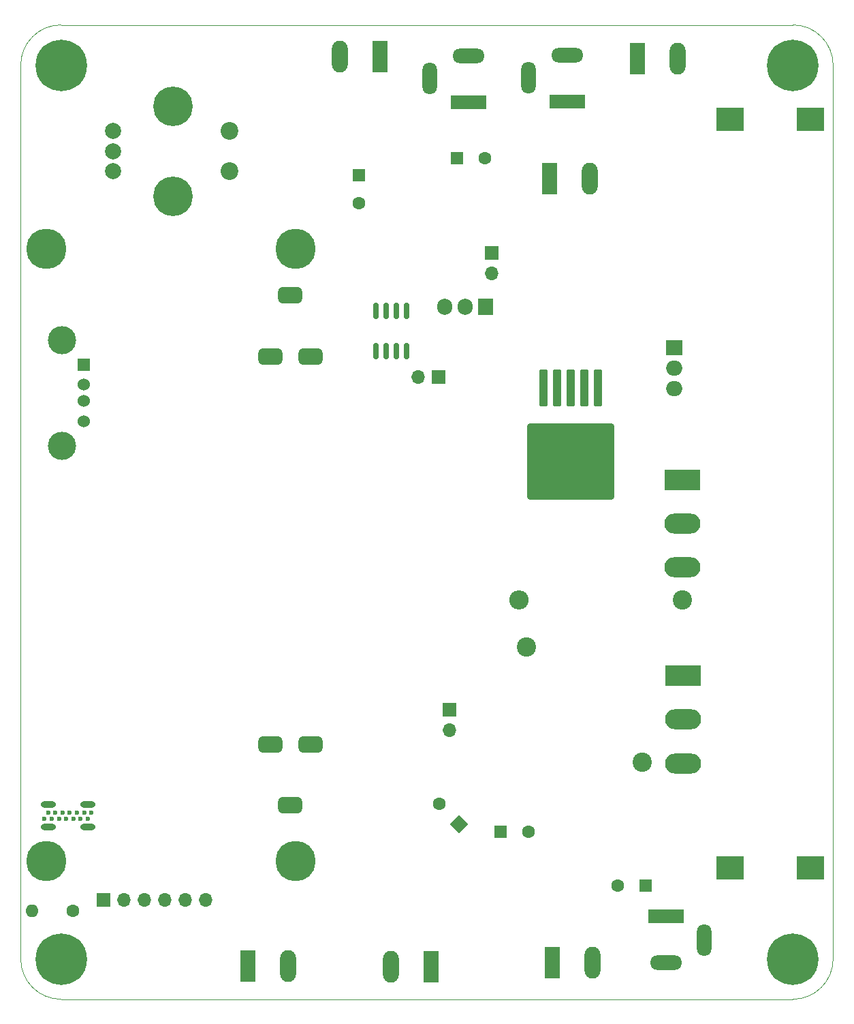
<source format=gbr>
%TF.GenerationSoftware,KiCad,Pcbnew,7.0.8*%
%TF.CreationDate,2023-10-31T22:13:39+02:00*%
%TF.ProjectId,Small_load_V1,536d616c-6c5f-46c6-9f61-645f56312e6b,rev?*%
%TF.SameCoordinates,Original*%
%TF.FileFunction,Soldermask,Bot*%
%TF.FilePolarity,Negative*%
%FSLAX46Y46*%
G04 Gerber Fmt 4.6, Leading zero omitted, Abs format (unit mm)*
G04 Created by KiCad (PCBNEW 7.0.8) date 2023-10-31 22:13:39*
%MOMM*%
%LPD*%
G01*
G04 APERTURE LIST*
G04 Aperture macros list*
%AMRoundRect*
0 Rectangle with rounded corners*
0 $1 Rounding radius*
0 $2 $3 $4 $5 $6 $7 $8 $9 X,Y pos of 4 corners*
0 Add a 4 corners polygon primitive as box body*
4,1,4,$2,$3,$4,$5,$6,$7,$8,$9,$2,$3,0*
0 Add four circle primitives for the rounded corners*
1,1,$1+$1,$2,$3*
1,1,$1+$1,$4,$5*
1,1,$1+$1,$6,$7*
1,1,$1+$1,$8,$9*
0 Add four rect primitives between the rounded corners*
20,1,$1+$1,$2,$3,$4,$5,0*
20,1,$1+$1,$4,$5,$6,$7,0*
20,1,$1+$1,$6,$7,$8,$9,0*
20,1,$1+$1,$8,$9,$2,$3,0*%
%AMHorizOval*
0 Thick line with rounded ends*
0 $1 width*
0 $2 $3 position (X,Y) of the first rounded end (center of the circle)*
0 $4 $5 position (X,Y) of the second rounded end (center of the circle)*
0 Add line between two ends*
20,1,$1,$2,$3,$4,$5,0*
0 Add two circle primitives to create the rounded ends*
1,1,$1,$2,$3*
1,1,$1,$4,$5*%
%AMRotRect*
0 Rectangle, with rotation*
0 The origin of the aperture is its center*
0 $1 length*
0 $2 width*
0 $3 Rotation angle, in degrees counterclockwise*
0 Add horizontal line*
21,1,$1,$2,0,0,$3*%
G04 Aperture macros list end*
%ADD10R,4.400000X1.800000*%
%ADD11O,4.000000X1.800000*%
%ADD12O,1.800000X4.000000*%
%ADD13R,1.524000X1.524000*%
%ADD14C,1.524000*%
%ADD15C,3.500000*%
%ADD16R,1.700000X1.700000*%
%ADD17O,1.700000X1.700000*%
%ADD18C,3.600000*%
%ADD19C,6.400000*%
%ADD20R,1.980000X3.960000*%
%ADD21O,1.980000X3.960000*%
%ADD22C,2.000000*%
%ADD23C,4.920000*%
%ADD24C,2.200000*%
%ADD25R,2.000000X1.905000*%
%ADD26O,2.000000X1.905000*%
%ADD27C,5.000000*%
%ADD28R,4.500000X2.500000*%
%ADD29O,4.500000X2.500000*%
%ADD30R,1.905000X2.000000*%
%ADD31O,1.905000X2.000000*%
%ADD32R,3.500000X3.000000*%
%ADD33C,0.600000*%
%ADD34O,1.900000X0.800000*%
%ADD35RoundRect,0.150000X0.150000X-0.825000X0.150000X0.825000X-0.150000X0.825000X-0.150000X-0.825000X0*%
%ADD36RoundRect,0.500000X1.000000X0.500000X-1.000000X0.500000X-1.000000X-0.500000X1.000000X-0.500000X0*%
%ADD37RoundRect,0.500000X-1.000000X-0.500000X1.000000X-0.500000X1.000000X0.500000X-1.000000X0.500000X0*%
%ADD38C,2.400000*%
%ADD39HorizOval,2.400000X0.000000X0.000000X0.000000X0.000000X0*%
%ADD40C,1.600000*%
%ADD41O,1.600000X1.600000*%
%ADD42RoundRect,0.250000X-0.300000X2.050000X-0.300000X-2.050000X0.300000X-2.050000X0.300000X2.050000X0*%
%ADD43RoundRect,0.250002X-5.149998X4.449998X-5.149998X-4.449998X5.149998X-4.449998X5.149998X4.449998X0*%
%ADD44RotRect,1.600000X1.600000X135.000000*%
%ADD45O,2.400000X2.400000*%
%ADD46R,1.600000X1.600000*%
%TA.AperFunction,Profile*%
%ADD47C,0.100000*%
%TD*%
G04 APERTURE END LIST*
D10*
%TO.C,J3*%
X105650000Y-59650000D03*
D11*
X105650000Y-53850000D03*
D12*
X100850000Y-56650000D03*
%TD*%
D13*
%TO.C,J1*%
X57827500Y-92200000D03*
D14*
X57827500Y-94700000D03*
X57827500Y-96700000D03*
X57827500Y-99200000D03*
D15*
X55117500Y-89130000D03*
X55117500Y-102270000D03*
%TD*%
D16*
%TO.C,J15*%
X103300000Y-135025000D03*
D17*
X103300000Y-137565000D03*
%TD*%
D18*
%TO.C,H1*%
X55000000Y-55000000D03*
D19*
X55000000Y-55000000D03*
%TD*%
D20*
%TO.C,J16*%
X78250000Y-166850000D03*
D21*
X83250000Y-166850000D03*
%TD*%
D22*
%TO.C,SW3*%
X61450000Y-63200000D03*
X61450000Y-68200000D03*
X61450000Y-65700000D03*
D23*
X68950000Y-60100000D03*
X68950000Y-71300000D03*
D24*
X75950000Y-63200000D03*
X75950000Y-68200000D03*
%TD*%
D25*
%TO.C,Q8*%
X131205000Y-90060000D03*
D26*
X131205000Y-92600000D03*
X131205000Y-95140000D03*
%TD*%
D27*
%TO.C,U12*%
X53150000Y-153850000D03*
X84150000Y-153850000D03*
X53150000Y-77850000D03*
X84150000Y-77850000D03*
%TD*%
D20*
%TO.C,J7*%
X126635000Y-54200000D03*
D21*
X131635000Y-54200000D03*
%TD*%
D28*
%TO.C,Q10*%
X132277500Y-106480000D03*
D29*
X132277500Y-111930000D03*
X132277500Y-117380000D03*
%TD*%
D20*
%TO.C,J8*%
X116100000Y-166450000D03*
D21*
X121100000Y-166450000D03*
%TD*%
D18*
%TO.C,H4*%
X55000000Y-166000000D03*
D19*
X55000000Y-166000000D03*
%TD*%
D10*
%TO.C,J4*%
X130200000Y-160700000D03*
D11*
X130200000Y-166500000D03*
D12*
X135000000Y-163700000D03*
%TD*%
D28*
%TO.C,Q3*%
X132317500Y-130800000D03*
D29*
X132317500Y-136250000D03*
X132317500Y-141700000D03*
%TD*%
D30*
%TO.C,U18*%
X107790000Y-85005000D03*
D31*
X105250000Y-85005000D03*
X102710000Y-85005000D03*
%TD*%
D20*
%TO.C,J11*%
X115735000Y-69050000D03*
D21*
X120735000Y-69050000D03*
%TD*%
D32*
%TO.C,HS1*%
X138217500Y-154700000D03*
X148217500Y-154700000D03*
X138217500Y-61700000D03*
X148217500Y-61700000D03*
%TD*%
D20*
%TO.C,J5*%
X101030000Y-167000000D03*
D21*
X96030000Y-167000000D03*
%TD*%
D18*
%TO.C,H3*%
X146000000Y-166000000D03*
D19*
X146000000Y-166000000D03*
%TD*%
D20*
%TO.C,J6*%
X94650000Y-53950000D03*
D21*
X89650000Y-53950000D03*
%TD*%
D33*
%TO.C,J14*%
X53400000Y-147830000D03*
X54300000Y-147830000D03*
X55200000Y-147830000D03*
X56100000Y-147830000D03*
X57000000Y-147830000D03*
X57900000Y-147830000D03*
X58800000Y-147830000D03*
X58350000Y-148610000D03*
X57450000Y-148610000D03*
X56550000Y-148610000D03*
X55650000Y-148610000D03*
X54750000Y-148610000D03*
X53850000Y-148610000D03*
X52950000Y-148610000D03*
D34*
X58350000Y-146790000D03*
X53400000Y-146790000D03*
X58350000Y-149650000D03*
X53400000Y-149650000D03*
%TD*%
D16*
%TO.C,J13*%
X101975000Y-93700000D03*
D17*
X99435000Y-93700000D03*
%TD*%
D16*
%TO.C,J9*%
X108550000Y-78360000D03*
D17*
X108550000Y-80900000D03*
%TD*%
D16*
%TO.C,J2*%
X60250000Y-158700000D03*
D17*
X62790000Y-158700000D03*
X65330000Y-158700000D03*
X67870000Y-158700000D03*
X70410000Y-158700000D03*
X72950000Y-158700000D03*
%TD*%
D10*
%TO.C,J10*%
X117950000Y-59550000D03*
D11*
X117950000Y-53750000D03*
D12*
X113150000Y-56550000D03*
%TD*%
D18*
%TO.C,H2*%
X146000000Y-55000000D03*
D19*
X146000000Y-55000000D03*
%TD*%
D35*
%TO.C,U6*%
X98005000Y-90475000D03*
X96735000Y-90475000D03*
X95465000Y-90475000D03*
X94195000Y-90475000D03*
X94195000Y-85525000D03*
X95465000Y-85525000D03*
X96735000Y-85525000D03*
X98005000Y-85525000D03*
%TD*%
D36*
%TO.C,J12*%
X83500000Y-83600000D03*
X86000000Y-91200000D03*
X81000000Y-91200000D03*
D37*
X86000000Y-139333000D03*
X81000000Y-139333000D03*
X83500000Y-146933000D03*
%TD*%
D38*
%TO.C,R47*%
X127234205Y-141584205D03*
D39*
X112865795Y-127215795D03*
%TD*%
D40*
%TO.C,R13*%
X56490000Y-160000000D03*
D41*
X51410000Y-160000000D03*
%TD*%
D42*
%TO.C,U7*%
X115000000Y-95100000D03*
X116700000Y-95100000D03*
X118400000Y-95100000D03*
D43*
X118400000Y-104250000D03*
D42*
X120100000Y-95100000D03*
X121800000Y-95100000D03*
%TD*%
D44*
%TO.C,C28*%
X104467397Y-149237437D03*
D40*
X101992523Y-146762563D03*
%TD*%
D38*
%TO.C,R22*%
X132260000Y-121400000D03*
D45*
X111940000Y-121400000D03*
%TD*%
D46*
%TO.C,C27*%
X127702651Y-156900000D03*
D40*
X124202651Y-156900000D03*
%TD*%
D46*
%TO.C,C31*%
X109647349Y-150200000D03*
D40*
X113147349Y-150200000D03*
%TD*%
D46*
%TO.C,C44*%
X104197349Y-66550000D03*
D40*
X107697349Y-66550000D03*
%TD*%
D46*
%TO.C,C43*%
X92050000Y-68647349D03*
D40*
X92050000Y-72147349D03*
%TD*%
D47*
X151000000Y-55000000D02*
G75*
G03*
X146000000Y-50000000I-5000000J0D01*
G01*
X50000000Y-55000000D02*
X50000000Y-166000000D01*
X50000000Y-166000000D02*
G75*
G03*
X55000000Y-171000000I5000000J0D01*
G01*
X146000000Y-171000000D02*
G75*
G03*
X151000000Y-166000000I0J5000000D01*
G01*
X55000000Y-50000000D02*
G75*
G03*
X50000000Y-55000000I0J-5000000D01*
G01*
X55000000Y-171000000D02*
X146000000Y-171000000D01*
X146000000Y-50000000D02*
X55000000Y-50000000D01*
X151000000Y-166000000D02*
X151000000Y-55000000D01*
M02*

</source>
